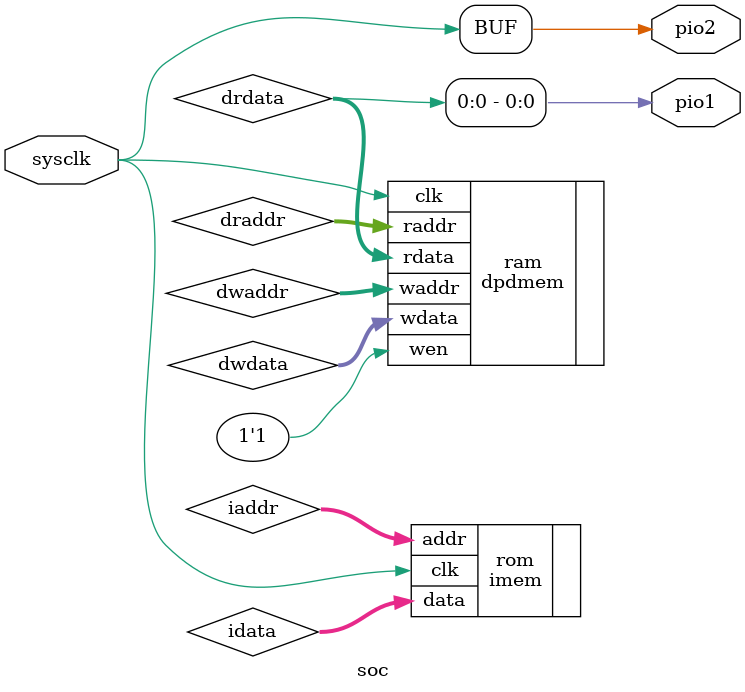
<source format=v>
`timescale 1ns / 1ns


module soc(
    input sysclk,
    output pio1,
    output pio2
);
    
    reg rst;

    wire [23:0] iaddr;
    wire [23:0] idata;
    
    wire [23:0] dwaddr;
    wire [23:0] dwdata;
    wire [23:0] draddr;
    wire [23:0] drdata;
    
    reg [24:0] imem[3:0];
    
    // note - iaddr 0 != daddr 0.
    imem #(.mem_size(32)) rom(.clk(sysclk), .addr(iaddr), .data(idata));
    dpdmem #(.mem_size(2048)) ram(.clk(sysclk), .waddr(dwaddr), .wdata(dwdata), .raddr(draddr), .rdata(drdata), .wen(1'b1));
    
    //proc p0(.clk(sysclk), .rst(rst), .idata(idata), .iaddr(iaddr), .dwaddr(dwaddr), .dwdata(dwdata), .draddr(draddr), .drdata(drdata));
    
    assign pio1 = drdata[0]; // garbage to get synthesizer to do something
    assign pio2 = sysclk; // garbage to get synthesizer to do something
    
endmodule
</source>
